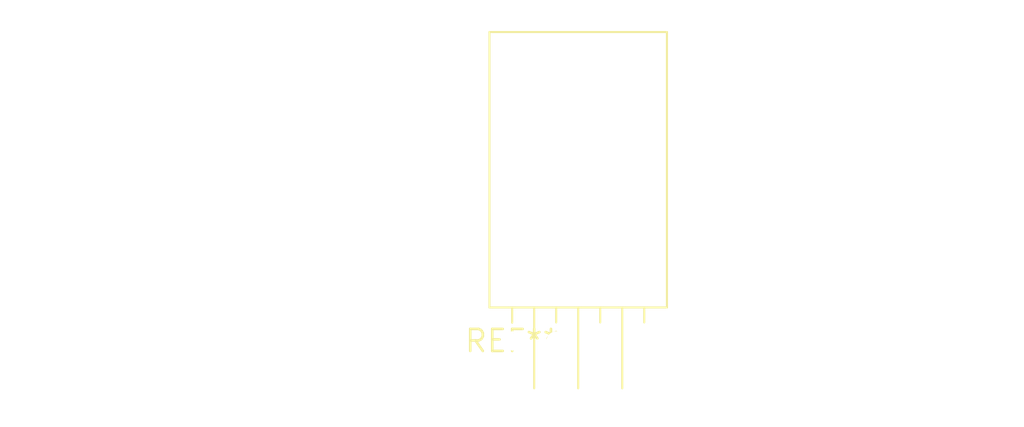
<source format=kicad_pcb>
(kicad_pcb (version 20240108) (generator pcbnew)
  (layers (0 "F.Cu" signal) (31 "B.Cu" signal) (34 "B.Paste" user) (35 "F.Paste" user) (36 "B.SilkS" user "B.Silkscreen") (37 "F.SilkS" user "F.Silkscreen") (38 "B.Mask" user) (39 "F.Mask" user) (44 "Edge.Cuts" user))
  (net 0 "")
  (footprint "TO-220-7_P2.54x3.8mm_StaggerEven_Lead5.85mm_TabDown" (layer "F.Cu") (at 0 0)
    (property "Reference" "REF**")
    (property "Value" "TO-220-7_P2.54x3.8mm_StaggerEven_Lead5.85mm_TabDown")
    (fp_line (start -1.31 -17.82) (end -1.31 -1.93) (layer "F.SilkS") (stroke (width 0.12)))
    (fp_line (start -1.31 -17.82) (end 8.93 -17.82) (layer "F.SilkS") (stroke (width 0.12)))
    (fp_line (start -1.31 -1.93) (end 8.93 -1.93) (layer "F.SilkS") (stroke (width 0.12)))
    (fp_line (start 0 -1.93) (end 0 -1.05) (layer "F.SilkS") (stroke (width 0.12)))
    (fp_line (start 1.27 -1.93) (end 1.27 2.735) (layer "F.SilkS") (stroke (width 0.12)))
    (fp_line (start 2.54 -1.93) (end 2.54 -1.066) (layer "F.SilkS") (stroke (width 0.12)))
    (fp_line (start 3.81 -1.93) (end 3.81 2.735) (layer "F.SilkS") (stroke (width 0.12)))
    (fp_line (start 5.08 -1.93) (end 5.08 -1.066) (layer "F.SilkS") (stroke (width 0.12)))
    (fp_line (start 6.35 -1.93) (end 6.35 2.735) (layer "F.SilkS") (stroke (width 0.12)))
    (fp_line (start 7.62 -1.93) (end 7.62 -1.066) (layer "F.SilkS") (stroke (width 0.12)))
    (fp_line (start 8.93 -17.82) (end 8.93 -1.93) (layer "F.SilkS") (stroke (width 0.12)))
    (pad "" np_thru_hole oval (at 3.81 -14.9) (size 3.5 3.5) (drill 3.5) (layers *.Cu *.Mask))
    (pad "1" thru_hole rect (at 0 0) (size 1.8 1.8) (drill 1.1) (layers *.Cu *.Mask) (remove_unused_layers))
    (pad "2" thru_hole oval (at 1.27 3.8) (size 1.8 1.8) (drill 1.1) (layers *.Cu *.Mask) (remove_unused_layers))
    (pad "3" thru_hole oval (at 2.54 0) (size 1.8 1.8) (drill 1.1) (layers *.Cu *.Mask) (remove_unused_layers))
    (pad "4" thru_hole oval (at 3.81 3.8) (size 1.8 1.8) (drill 1.1) (layers *.Cu *.Mask) (remove_unused_layers))
    (pad "5" thru_hole oval (at 5.08 0) (size 1.8 1.8) (drill 1.1) (layers *.Cu *.Mask) (remove_unused_layers))
    (pad "6" thru_hole oval (at 6.35 3.8) (size 1.8 1.8) (drill 1.1) (layers *.Cu *.Mask) (remove_unused_layers))
    (pad "7" thru_hole oval (at 7.62 0) (size 1.8 1.8) (drill 1.1) (layers *.Cu *.Mask) (remove_unused_layers))
  )
)
</source>
